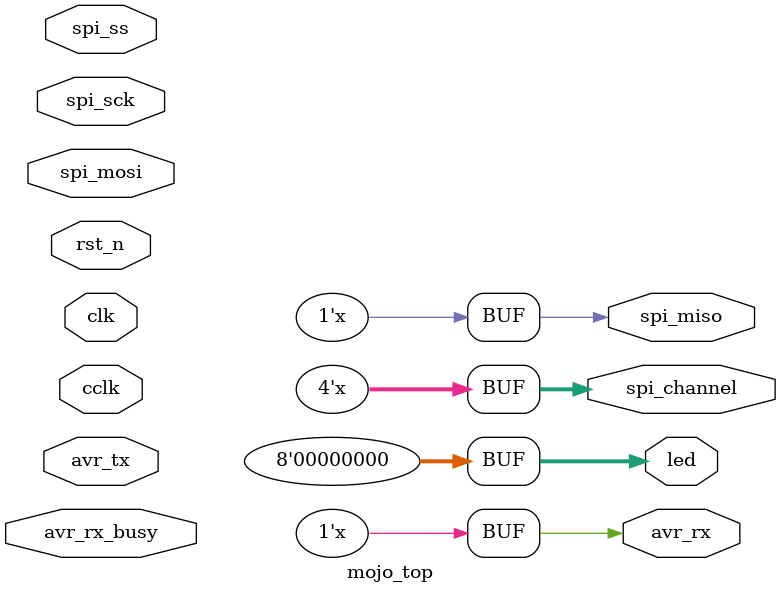
<source format=v>
module mojo_top(
		input clk,
		input rst_n,
		input cclk,
		output[7:0]led,
		output spi_miso,
		input spi_ss,
		input spi_mosi,
		input spi_sck,
		output [3:0] spi_channel,
		input avr_tx,
		output avr_rx,
		input avr_rx_busy
	);
	
	wire rst = ~rst_n;
	
	assign spi_miso = 1'bz;
	assign avr_rx = 1'bz;
	assign spi_channel = 4'bzzzz;
	
	assign led = 8'b0;
	
endmodule
</source>
